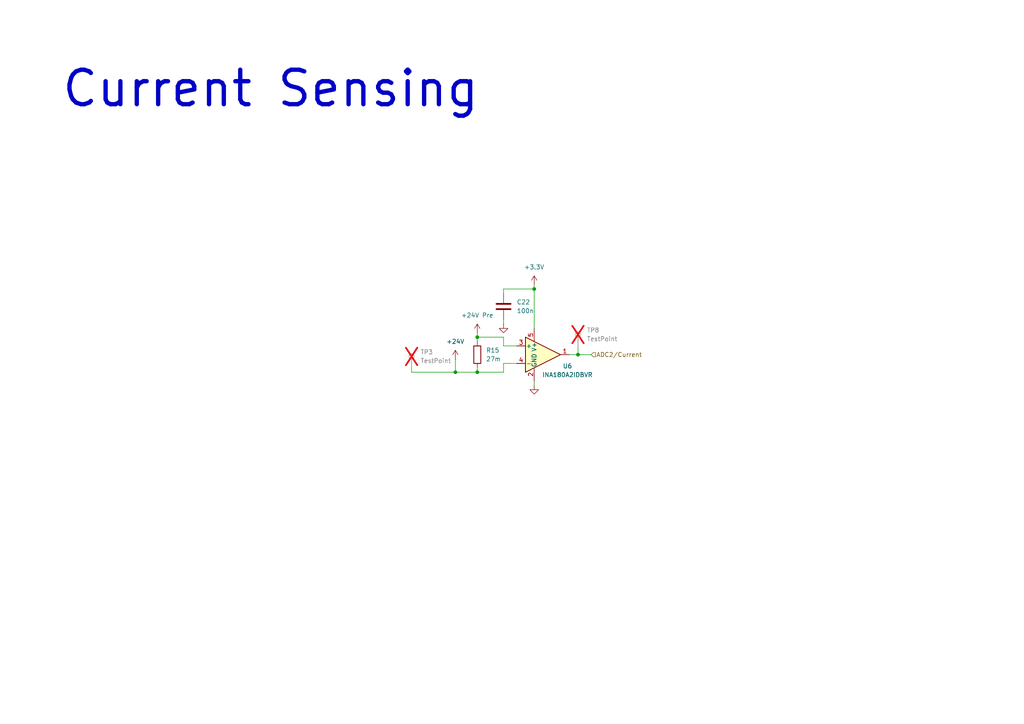
<source format=kicad_sch>
(kicad_sch
	(version 20250114)
	(generator "eeschema")
	(generator_version "9.0")
	(uuid "a4406c2e-db7e-4cfa-9038-14b6f5e832a7")
	(paper "A4")
	(lib_symbols
		(symbol "Amplifier_Current:INA180A1"
			(pin_names
				(offset 0.127)
			)
			(exclude_from_sim no)
			(in_bom yes)
			(on_board yes)
			(property "Reference" "U"
				(at 3.81 3.81 0)
				(effects
					(font
						(size 1.27 1.27)
					)
					(justify left)
				)
			)
			(property "Value" "INA180A1"
				(at 3.81 -2.54 0)
				(effects
					(font
						(size 1.27 1.27)
					)
					(justify left)
				)
			)
			(property "Footprint" "Package_TO_SOT_SMD:SOT-23-5"
				(at 1.27 1.27 0)
				(effects
					(font
						(size 1.27 1.27)
					)
					(hide yes)
				)
			)
			(property "Datasheet" "http://www.ti.com/lit/ds/symlink/ina180.pdf"
				(at 3.81 3.81 0)
				(effects
					(font
						(size 1.27 1.27)
					)
					(hide yes)
				)
			)
			(property "Description" "Current Sense Amplifier, 1 Circuit, Rail-to-Rail, 26V, Gain 20 V/V, SOT-23-5"
				(at 0 0 0)
				(effects
					(font
						(size 1.27 1.27)
					)
					(hide yes)
				)
			)
			(property "ki_keywords" "current monitor shunt sensor"
				(at 0 0 0)
				(effects
					(font
						(size 1.27 1.27)
					)
					(hide yes)
				)
			)
			(property "ki_fp_filters" "SOT?23*"
				(at 0 0 0)
				(effects
					(font
						(size 1.27 1.27)
					)
					(hide yes)
				)
			)
			(symbol "INA180A1_0_1"
				(polyline
					(pts
						(xy 5.08 0) (xy -5.08 5.08) (xy -5.08 -5.08) (xy 5.08 0)
					)
					(stroke
						(width 0.254)
						(type default)
					)
					(fill
						(type background)
					)
				)
			)
			(symbol "INA180A1_1_1"
				(pin input line
					(at -7.62 2.54 0)
					(length 2.54)
					(name "+"
						(effects
							(font
								(size 1.27 1.27)
							)
						)
					)
					(number "3"
						(effects
							(font
								(size 1.27 1.27)
							)
						)
					)
				)
				(pin input line
					(at -7.62 -2.54 0)
					(length 2.54)
					(name "-"
						(effects
							(font
								(size 1.27 1.27)
							)
						)
					)
					(number "4"
						(effects
							(font
								(size 1.27 1.27)
							)
						)
					)
				)
				(pin power_in line
					(at -2.54 7.62 270)
					(length 3.81)
					(name "V+"
						(effects
							(font
								(size 1.27 1.27)
							)
						)
					)
					(number "5"
						(effects
							(font
								(size 1.27 1.27)
							)
						)
					)
				)
				(pin power_in line
					(at -2.54 -7.62 90)
					(length 3.81)
					(name "GND"
						(effects
							(font
								(size 1.27 1.27)
							)
						)
					)
					(number "2"
						(effects
							(font
								(size 1.27 1.27)
							)
						)
					)
				)
				(pin output line
					(at 7.62 0 180)
					(length 2.54)
					(name "~"
						(effects
							(font
								(size 1.27 1.27)
							)
						)
					)
					(number "1"
						(effects
							(font
								(size 1.27 1.27)
							)
						)
					)
				)
			)
			(embedded_fonts no)
		)
		(symbol "Connector:TestPoint"
			(pin_numbers
				(hide yes)
			)
			(pin_names
				(offset 0.762)
				(hide yes)
			)
			(exclude_from_sim no)
			(in_bom yes)
			(on_board yes)
			(property "Reference" "TP"
				(at 0 6.858 0)
				(effects
					(font
						(size 1.27 1.27)
					)
				)
			)
			(property "Value" "TestPoint"
				(at 0 5.08 0)
				(effects
					(font
						(size 1.27 1.27)
					)
				)
			)
			(property "Footprint" ""
				(at 5.08 0 0)
				(effects
					(font
						(size 1.27 1.27)
					)
					(hide yes)
				)
			)
			(property "Datasheet" "~"
				(at 5.08 0 0)
				(effects
					(font
						(size 1.27 1.27)
					)
					(hide yes)
				)
			)
			(property "Description" "test point"
				(at 0 0 0)
				(effects
					(font
						(size 1.27 1.27)
					)
					(hide yes)
				)
			)
			(property "ki_keywords" "test point tp"
				(at 0 0 0)
				(effects
					(font
						(size 1.27 1.27)
					)
					(hide yes)
				)
			)
			(property "ki_fp_filters" "Pin* Test*"
				(at 0 0 0)
				(effects
					(font
						(size 1.27 1.27)
					)
					(hide yes)
				)
			)
			(symbol "TestPoint_0_1"
				(circle
					(center 0 3.302)
					(radius 0.762)
					(stroke
						(width 0)
						(type default)
					)
					(fill
						(type none)
					)
				)
			)
			(symbol "TestPoint_1_1"
				(pin passive line
					(at 0 0 90)
					(length 2.54)
					(name "1"
						(effects
							(font
								(size 1.27 1.27)
							)
						)
					)
					(number "1"
						(effects
							(font
								(size 1.27 1.27)
							)
						)
					)
				)
			)
			(embedded_fonts no)
		)
		(symbol "Device:C"
			(pin_numbers
				(hide yes)
			)
			(pin_names
				(offset 0.254)
			)
			(exclude_from_sim no)
			(in_bom yes)
			(on_board yes)
			(property "Reference" "C"
				(at 0.635 2.54 0)
				(effects
					(font
						(size 1.27 1.27)
					)
					(justify left)
				)
			)
			(property "Value" "C"
				(at 0.635 -2.54 0)
				(effects
					(font
						(size 1.27 1.27)
					)
					(justify left)
				)
			)
			(property "Footprint" ""
				(at 0.9652 -3.81 0)
				(effects
					(font
						(size 1.27 1.27)
					)
					(hide yes)
				)
			)
			(property "Datasheet" "~"
				(at 0 0 0)
				(effects
					(font
						(size 1.27 1.27)
					)
					(hide yes)
				)
			)
			(property "Description" "Unpolarized capacitor"
				(at 0 0 0)
				(effects
					(font
						(size 1.27 1.27)
					)
					(hide yes)
				)
			)
			(property "ki_keywords" "cap capacitor"
				(at 0 0 0)
				(effects
					(font
						(size 1.27 1.27)
					)
					(hide yes)
				)
			)
			(property "ki_fp_filters" "C_*"
				(at 0 0 0)
				(effects
					(font
						(size 1.27 1.27)
					)
					(hide yes)
				)
			)
			(symbol "C_0_1"
				(polyline
					(pts
						(xy -2.032 0.762) (xy 2.032 0.762)
					)
					(stroke
						(width 0.508)
						(type default)
					)
					(fill
						(type none)
					)
				)
				(polyline
					(pts
						(xy -2.032 -0.762) (xy 2.032 -0.762)
					)
					(stroke
						(width 0.508)
						(type default)
					)
					(fill
						(type none)
					)
				)
			)
			(symbol "C_1_1"
				(pin passive line
					(at 0 3.81 270)
					(length 2.794)
					(name "~"
						(effects
							(font
								(size 1.27 1.27)
							)
						)
					)
					(number "1"
						(effects
							(font
								(size 1.27 1.27)
							)
						)
					)
				)
				(pin passive line
					(at 0 -3.81 90)
					(length 2.794)
					(name "~"
						(effects
							(font
								(size 1.27 1.27)
							)
						)
					)
					(number "2"
						(effects
							(font
								(size 1.27 1.27)
							)
						)
					)
				)
			)
			(embedded_fonts no)
		)
		(symbol "Device:R"
			(pin_numbers
				(hide yes)
			)
			(pin_names
				(offset 0)
			)
			(exclude_from_sim no)
			(in_bom yes)
			(on_board yes)
			(property "Reference" "R"
				(at 2.032 0 90)
				(effects
					(font
						(size 1.27 1.27)
					)
				)
			)
			(property "Value" "R"
				(at 0 0 90)
				(effects
					(font
						(size 1.27 1.27)
					)
				)
			)
			(property "Footprint" ""
				(at -1.778 0 90)
				(effects
					(font
						(size 1.27 1.27)
					)
					(hide yes)
				)
			)
			(property "Datasheet" "~"
				(at 0 0 0)
				(effects
					(font
						(size 1.27 1.27)
					)
					(hide yes)
				)
			)
			(property "Description" "Resistor"
				(at 0 0 0)
				(effects
					(font
						(size 1.27 1.27)
					)
					(hide yes)
				)
			)
			(property "ki_keywords" "R res resistor"
				(at 0 0 0)
				(effects
					(font
						(size 1.27 1.27)
					)
					(hide yes)
				)
			)
			(property "ki_fp_filters" "R_*"
				(at 0 0 0)
				(effects
					(font
						(size 1.27 1.27)
					)
					(hide yes)
				)
			)
			(symbol "R_0_1"
				(rectangle
					(start -1.016 -2.54)
					(end 1.016 2.54)
					(stroke
						(width 0.254)
						(type default)
					)
					(fill
						(type none)
					)
				)
			)
			(symbol "R_1_1"
				(pin passive line
					(at 0 3.81 270)
					(length 1.27)
					(name "~"
						(effects
							(font
								(size 1.27 1.27)
							)
						)
					)
					(number "1"
						(effects
							(font
								(size 1.27 1.27)
							)
						)
					)
				)
				(pin passive line
					(at 0 -3.81 90)
					(length 1.27)
					(name "~"
						(effects
							(font
								(size 1.27 1.27)
							)
						)
					)
					(number "2"
						(effects
							(font
								(size 1.27 1.27)
							)
						)
					)
				)
			)
			(embedded_fonts no)
		)
		(symbol "power:+24V"
			(power)
			(pin_numbers
				(hide yes)
			)
			(pin_names
				(offset 0)
				(hide yes)
			)
			(exclude_from_sim no)
			(in_bom yes)
			(on_board yes)
			(property "Reference" "#PWR"
				(at 0 -3.81 0)
				(effects
					(font
						(size 1.27 1.27)
					)
					(hide yes)
				)
			)
			(property "Value" "+24V"
				(at 0 3.556 0)
				(effects
					(font
						(size 1.27 1.27)
					)
				)
			)
			(property "Footprint" ""
				(at 0 0 0)
				(effects
					(font
						(size 1.27 1.27)
					)
					(hide yes)
				)
			)
			(property "Datasheet" ""
				(at 0 0 0)
				(effects
					(font
						(size 1.27 1.27)
					)
					(hide yes)
				)
			)
			(property "Description" "Power symbol creates a global label with name \"+24V\""
				(at 0 0 0)
				(effects
					(font
						(size 1.27 1.27)
					)
					(hide yes)
				)
			)
			(property "ki_keywords" "global power"
				(at 0 0 0)
				(effects
					(font
						(size 1.27 1.27)
					)
					(hide yes)
				)
			)
			(symbol "+24V_0_1"
				(polyline
					(pts
						(xy -0.762 1.27) (xy 0 2.54)
					)
					(stroke
						(width 0)
						(type default)
					)
					(fill
						(type none)
					)
				)
				(polyline
					(pts
						(xy 0 2.54) (xy 0.762 1.27)
					)
					(stroke
						(width 0)
						(type default)
					)
					(fill
						(type none)
					)
				)
				(polyline
					(pts
						(xy 0 0) (xy 0 2.54)
					)
					(stroke
						(width 0)
						(type default)
					)
					(fill
						(type none)
					)
				)
			)
			(symbol "+24V_1_1"
				(pin power_in line
					(at 0 0 90)
					(length 0)
					(name "~"
						(effects
							(font
								(size 1.27 1.27)
							)
						)
					)
					(number "1"
						(effects
							(font
								(size 1.27 1.27)
							)
						)
					)
				)
			)
			(embedded_fonts no)
		)
		(symbol "power:+3.3V"
			(power)
			(pin_numbers
				(hide yes)
			)
			(pin_names
				(offset 0)
				(hide yes)
			)
			(exclude_from_sim no)
			(in_bom yes)
			(on_board yes)
			(property "Reference" "#PWR"
				(at 0 -3.81 0)
				(effects
					(font
						(size 1.27 1.27)
					)
					(hide yes)
				)
			)
			(property "Value" "+3.3V"
				(at 0 3.556 0)
				(effects
					(font
						(size 1.27 1.27)
					)
				)
			)
			(property "Footprint" ""
				(at 0 0 0)
				(effects
					(font
						(size 1.27 1.27)
					)
					(hide yes)
				)
			)
			(property "Datasheet" ""
				(at 0 0 0)
				(effects
					(font
						(size 1.27 1.27)
					)
					(hide yes)
				)
			)
			(property "Description" "Power symbol creates a global label with name \"+3.3V\""
				(at 0 0 0)
				(effects
					(font
						(size 1.27 1.27)
					)
					(hide yes)
				)
			)
			(property "ki_keywords" "global power"
				(at 0 0 0)
				(effects
					(font
						(size 1.27 1.27)
					)
					(hide yes)
				)
			)
			(symbol "+3.3V_0_1"
				(polyline
					(pts
						(xy -0.762 1.27) (xy 0 2.54)
					)
					(stroke
						(width 0)
						(type default)
					)
					(fill
						(type none)
					)
				)
				(polyline
					(pts
						(xy 0 2.54) (xy 0.762 1.27)
					)
					(stroke
						(width 0)
						(type default)
					)
					(fill
						(type none)
					)
				)
				(polyline
					(pts
						(xy 0 0) (xy 0 2.54)
					)
					(stroke
						(width 0)
						(type default)
					)
					(fill
						(type none)
					)
				)
			)
			(symbol "+3.3V_1_1"
				(pin power_in line
					(at 0 0 90)
					(length 0)
					(name "~"
						(effects
							(font
								(size 1.27 1.27)
							)
						)
					)
					(number "1"
						(effects
							(font
								(size 1.27 1.27)
							)
						)
					)
				)
			)
			(embedded_fonts no)
		)
		(symbol "power:GND"
			(power)
			(pin_numbers
				(hide yes)
			)
			(pin_names
				(offset 0)
				(hide yes)
			)
			(exclude_from_sim no)
			(in_bom yes)
			(on_board yes)
			(property "Reference" "#PWR"
				(at 0 -6.35 0)
				(effects
					(font
						(size 1.27 1.27)
					)
					(hide yes)
				)
			)
			(property "Value" "GND"
				(at 0 -3.81 0)
				(effects
					(font
						(size 1.27 1.27)
					)
				)
			)
			(property "Footprint" ""
				(at 0 0 0)
				(effects
					(font
						(size 1.27 1.27)
					)
					(hide yes)
				)
			)
			(property "Datasheet" ""
				(at 0 0 0)
				(effects
					(font
						(size 1.27 1.27)
					)
					(hide yes)
				)
			)
			(property "Description" "Power symbol creates a global label with name \"GND\" , ground"
				(at 0 0 0)
				(effects
					(font
						(size 1.27 1.27)
					)
					(hide yes)
				)
			)
			(property "ki_keywords" "global power"
				(at 0 0 0)
				(effects
					(font
						(size 1.27 1.27)
					)
					(hide yes)
				)
			)
			(symbol "GND_0_1"
				(polyline
					(pts
						(xy 0 0) (xy 0 -1.27) (xy 1.27 -1.27) (xy 0 -2.54) (xy -1.27 -1.27) (xy 0 -1.27)
					)
					(stroke
						(width 0)
						(type default)
					)
					(fill
						(type none)
					)
				)
			)
			(symbol "GND_1_1"
				(pin power_in line
					(at 0 0 270)
					(length 0)
					(name "~"
						(effects
							(font
								(size 1.27 1.27)
							)
						)
					)
					(number "1"
						(effects
							(font
								(size 1.27 1.27)
							)
						)
					)
				)
			)
			(embedded_fonts no)
		)
	)
	(text "Current Sensing"
		(exclude_from_sim no)
		(at 78.486 25.908 0)
		(effects
			(font
				(size 10 10)
				(thickness 1.25)
			)
		)
		(uuid "5eab7ccb-ba72-485e-ac2b-352ecd103bc2")
	)
	(junction
		(at 138.43 107.95)
		(diameter 0)
		(color 0 0 0 0)
		(uuid "3785ae5c-7dcf-48af-9ccc-af0defba5571")
	)
	(junction
		(at 154.94 83.82)
		(diameter 0)
		(color 0 0 0 0)
		(uuid "4a5a570b-d0c6-4751-9ba3-d44e33a7b8cb")
	)
	(junction
		(at 138.43 97.79)
		(diameter 0)
		(color 0 0 0 0)
		(uuid "97f0f67b-5a1a-47a2-83b0-8e85b5c62dc5")
	)
	(junction
		(at 167.64 102.87)
		(diameter 0)
		(color 0 0 0 0)
		(uuid "ae259c1a-81f1-4301-be7b-afcc872964e3")
	)
	(junction
		(at 132.08 107.95)
		(diameter 0)
		(color 0 0 0 0)
		(uuid "b919a405-9c7b-4ab2-bec7-ead1f002a343")
	)
	(wire
		(pts
			(xy 154.94 110.49) (xy 154.94 111.76)
		)
		(stroke
			(width 0)
			(type default)
		)
		(uuid "0aeb3f3c-1b7d-4ae2-a70d-d242b15adf5a")
	)
	(wire
		(pts
			(xy 146.05 83.82) (xy 154.94 83.82)
		)
		(stroke
			(width 0)
			(type default)
		)
		(uuid "1d33c88a-3016-4b49-82f2-77842628b92f")
	)
	(wire
		(pts
			(xy 138.43 99.06) (xy 138.43 97.79)
		)
		(stroke
			(width 0)
			(type default)
		)
		(uuid "20a1f975-792e-4826-80ba-6c9fa83eb394")
	)
	(wire
		(pts
			(xy 138.43 107.95) (xy 146.05 107.95)
		)
		(stroke
			(width 0)
			(type default)
		)
		(uuid "318f720f-76de-40ed-aa83-46d331dcc90d")
	)
	(wire
		(pts
			(xy 138.43 106.68) (xy 138.43 107.95)
		)
		(stroke
			(width 0)
			(type default)
		)
		(uuid "39172907-dd3b-464e-9356-bc4d88ca6256")
	)
	(wire
		(pts
			(xy 167.64 100.33) (xy 167.64 102.87)
		)
		(stroke
			(width 0)
			(type default)
		)
		(uuid "3960e096-8608-4487-9868-43e0c5b62fb2")
	)
	(wire
		(pts
			(xy 119.38 107.95) (xy 132.08 107.95)
		)
		(stroke
			(width 0)
			(type default)
		)
		(uuid "42087793-0383-437e-9b8a-cb6d15fc159b")
	)
	(wire
		(pts
			(xy 154.94 83.82) (xy 154.94 95.25)
		)
		(stroke
			(width 0)
			(type default)
		)
		(uuid "695bb1b7-b295-49ea-8b17-b52514627ab8")
	)
	(wire
		(pts
			(xy 146.05 107.95) (xy 146.05 105.41)
		)
		(stroke
			(width 0)
			(type default)
		)
		(uuid "705925c7-1913-425b-bf0d-9f93a39289b1")
	)
	(wire
		(pts
			(xy 119.38 106.68) (xy 119.38 107.95)
		)
		(stroke
			(width 0)
			(type default)
		)
		(uuid "7173c7c6-8558-462f-9a28-f86c459b1b47")
	)
	(wire
		(pts
			(xy 146.05 105.41) (xy 149.86 105.41)
		)
		(stroke
			(width 0)
			(type default)
		)
		(uuid "7d26dddb-be2b-4568-bd18-666c7fc0f5fd")
	)
	(wire
		(pts
			(xy 138.43 96.52) (xy 138.43 97.79)
		)
		(stroke
			(width 0)
			(type default)
		)
		(uuid "86ccf72f-065f-421a-933b-ec74ab00a48e")
	)
	(wire
		(pts
			(xy 146.05 100.33) (xy 149.86 100.33)
		)
		(stroke
			(width 0)
			(type default)
		)
		(uuid "88d11ce0-5617-4a41-b6f7-57945a04ab98")
	)
	(wire
		(pts
			(xy 132.08 107.95) (xy 138.43 107.95)
		)
		(stroke
			(width 0)
			(type default)
		)
		(uuid "a04eea0b-b6e6-464a-a495-aa334a556a2d")
	)
	(wire
		(pts
			(xy 165.1 102.87) (xy 167.64 102.87)
		)
		(stroke
			(width 0)
			(type default)
		)
		(uuid "affcc1e6-a99b-45f0-aa30-2dcac969e633")
	)
	(wire
		(pts
			(xy 146.05 97.79) (xy 146.05 100.33)
		)
		(stroke
			(width 0)
			(type default)
		)
		(uuid "bab70d7a-7b9f-4779-b892-45954b1f6824")
	)
	(wire
		(pts
			(xy 146.05 92.71) (xy 146.05 93.98)
		)
		(stroke
			(width 0)
			(type default)
		)
		(uuid "bb9c5e11-7777-472d-9487-9482b2e70c29")
	)
	(wire
		(pts
			(xy 146.05 85.09) (xy 146.05 83.82)
		)
		(stroke
			(width 0)
			(type default)
		)
		(uuid "bcba557b-8912-43ad-bb6a-93ec49769667")
	)
	(wire
		(pts
			(xy 132.08 104.14) (xy 132.08 107.95)
		)
		(stroke
			(width 0)
			(type default)
		)
		(uuid "bdc7963c-2a55-4307-afcb-3067f10961f8")
	)
	(wire
		(pts
			(xy 154.94 82.55) (xy 154.94 83.82)
		)
		(stroke
			(width 0)
			(type default)
		)
		(uuid "c89d6536-e994-4165-bc86-17f624ab2423")
	)
	(wire
		(pts
			(xy 167.64 102.87) (xy 171.45 102.87)
		)
		(stroke
			(width 0)
			(type default)
		)
		(uuid "d3fa9e16-0e1c-44f0-9f3a-8b8e90cdfce2")
	)
	(wire
		(pts
			(xy 138.43 97.79) (xy 146.05 97.79)
		)
		(stroke
			(width 0)
			(type default)
		)
		(uuid "f9cfedd1-484c-4408-a12d-54ae089b8562")
	)
	(hierarchical_label "ADC2{slash}Current"
		(shape input)
		(at 171.45 102.87 0)
		(effects
			(font
				(size 1.27 1.27)
			)
			(justify left)
		)
		(uuid "c4e9b2d0-5383-4405-be0b-e1aa0bb3ade2")
	)
	(symbol
		(lib_id "Device:R")
		(at 138.43 102.87 0)
		(unit 1)
		(exclude_from_sim no)
		(in_bom yes)
		(on_board yes)
		(dnp no)
		(fields_autoplaced yes)
		(uuid "0eb4c555-d219-405e-ab43-98784f791ad7")
		(property "Reference" "R15"
			(at 140.97 101.5999 0)
			(effects
				(font
					(size 1.27 1.27)
				)
				(justify left)
			)
		)
		(property "Value" "27m"
			(at 140.97 104.1399 0)
			(effects
				(font
					(size 1.27 1.27)
				)
				(justify left)
			)
		)
		(property "Footprint" "Resistor_SMD:R_1206_3216Metric"
			(at 136.652 102.87 90)
			(effects
				(font
					(size 1.27 1.27)
				)
				(hide yes)
			)
		)
		(property "Datasheet" "~"
			(at 138.43 102.87 0)
			(effects
				(font
					(size 1.27 1.27)
				)
				(hide yes)
			)
		)
		(property "Description" "Resistor"
			(at 138.43 102.87 0)
			(effects
				(font
					(size 1.27 1.27)
				)
				(hide yes)
			)
		)
		(property "JLCPCB Part Number" "C2988658"
			(at 138.43 102.87 0)
			(effects
				(font
					(size 1.27 1.27)
				)
				(hide yes)
			)
		)
		(property "Sim.Device" ""
			(at 138.43 102.87 0)
			(effects
				(font
					(size 1.27 1.27)
				)
				(hide yes)
			)
		)
		(property "Price" ""
			(at 138.43 102.87 0)
			(effects
				(font
					(size 1.27 1.27)
				)
				(hide yes)
			)
		)
		(pin "1"
			(uuid "5614a309-2e4b-4dd7-b5b0-27d1b35887ed")
		)
		(pin "2"
			(uuid "69a727e1-1cae-43cb-91b4-0e0b56b61d7c")
		)
		(instances
			(project ""
				(path "/a6f3a972-4b98-4ef5-94a6-5eec20dfd371/2ebcb54f-9ecb-4888-9feb-5883a77ef194"
					(reference "R15")
					(unit 1)
				)
			)
		)
	)
	(symbol
		(lib_id "power:+24V")
		(at 132.08 104.14 0)
		(unit 1)
		(exclude_from_sim no)
		(in_bom yes)
		(on_board yes)
		(dnp no)
		(fields_autoplaced yes)
		(uuid "19432f0e-c7d7-4f5a-98fa-97e2391c94be")
		(property "Reference" "#PWR040"
			(at 132.08 107.95 0)
			(effects
				(font
					(size 1.27 1.27)
				)
				(hide yes)
			)
		)
		(property "Value" "+24V"
			(at 132.08 99.06 0)
			(effects
				(font
					(size 1.27 1.27)
				)
			)
		)
		(property "Footprint" ""
			(at 132.08 104.14 0)
			(effects
				(font
					(size 1.27 1.27)
				)
				(hide yes)
			)
		)
		(property "Datasheet" ""
			(at 132.08 104.14 0)
			(effects
				(font
					(size 1.27 1.27)
				)
				(hide yes)
			)
		)
		(property "Description" "Power symbol creates a global label with name \"+24V\""
			(at 132.08 104.14 0)
			(effects
				(font
					(size 1.27 1.27)
				)
				(hide yes)
			)
		)
		(pin "1"
			(uuid "64b522d6-f12b-474c-8afd-fa51fae2096b")
		)
		(instances
			(project ""
				(path "/a6f3a972-4b98-4ef5-94a6-5eec20dfd371/2ebcb54f-9ecb-4888-9feb-5883a77ef194"
					(reference "#PWR040")
					(unit 1)
				)
			)
		)
	)
	(symbol
		(lib_id "power:GND")
		(at 146.05 93.98 0)
		(unit 1)
		(exclude_from_sim no)
		(in_bom yes)
		(on_board yes)
		(dnp no)
		(fields_autoplaced yes)
		(uuid "2895276b-9f4a-46dc-9c11-0b7c454593d0")
		(property "Reference" "#PWR043"
			(at 146.05 100.33 0)
			(effects
				(font
					(size 1.27 1.27)
				)
				(hide yes)
			)
		)
		(property "Value" "GND"
			(at 146.05 99.06 0)
			(effects
				(font
					(size 1.27 1.27)
				)
				(hide yes)
			)
		)
		(property "Footprint" ""
			(at 146.05 93.98 0)
			(effects
				(font
					(size 1.27 1.27)
				)
				(hide yes)
			)
		)
		(property "Datasheet" ""
			(at 146.05 93.98 0)
			(effects
				(font
					(size 1.27 1.27)
				)
				(hide yes)
			)
		)
		(property "Description" "Power symbol creates a global label with name \"GND\" , ground"
			(at 146.05 93.98 0)
			(effects
				(font
					(size 1.27 1.27)
				)
				(hide yes)
			)
		)
		(pin "1"
			(uuid "53ce2f18-4cea-4844-bb73-aca51f30bb61")
		)
		(instances
			(project "Cain_V1.0"
				(path "/a6f3a972-4b98-4ef5-94a6-5eec20dfd371/2ebcb54f-9ecb-4888-9feb-5883a77ef194"
					(reference "#PWR043")
					(unit 1)
				)
			)
		)
	)
	(symbol
		(lib_id "Device:C")
		(at 146.05 88.9 0)
		(unit 1)
		(exclude_from_sim no)
		(in_bom yes)
		(on_board yes)
		(dnp no)
		(fields_autoplaced yes)
		(uuid "769e886b-39b4-4dd0-ac7f-2839ab46ccdc")
		(property "Reference" "C22"
			(at 149.86 87.6299 0)
			(effects
				(font
					(size 1.27 1.27)
				)
				(justify left)
			)
		)
		(property "Value" "100n"
			(at 149.86 90.1699 0)
			(effects
				(font
					(size 1.27 1.27)
				)
				(justify left)
			)
		)
		(property "Footprint" "Capacitor_SMD:C_0402_1005Metric"
			(at 147.0152 92.71 0)
			(effects
				(font
					(size 1.27 1.27)
				)
				(hide yes)
			)
		)
		(property "Datasheet" "~"
			(at 146.05 88.9 0)
			(effects
				(font
					(size 1.27 1.27)
				)
				(hide yes)
			)
		)
		(property "Description" "Unpolarized capacitor"
			(at 146.05 88.9 0)
			(effects
				(font
					(size 1.27 1.27)
				)
				(hide yes)
			)
		)
		(property "JLCPCB Part Number" " C1525"
			(at 146.05 88.9 0)
			(effects
				(font
					(size 1.27 1.27)
				)
				(hide yes)
			)
		)
		(property "Sim.Device" ""
			(at 146.05 88.9 0)
			(effects
				(font
					(size 1.27 1.27)
				)
				(hide yes)
			)
		)
		(property "Price" ""
			(at 146.05 88.9 0)
			(effects
				(font
					(size 1.27 1.27)
				)
				(hide yes)
			)
		)
		(pin "2"
			(uuid "3f74c5a7-3b7d-4cd0-a9c0-d0f92ba8a41d")
		)
		(pin "1"
			(uuid "98fe35bd-05ca-4705-9b50-b2890260c8cb")
		)
		(instances
			(project ""
				(path "/a6f3a972-4b98-4ef5-94a6-5eec20dfd371/2ebcb54f-9ecb-4888-9feb-5883a77ef194"
					(reference "C22")
					(unit 1)
				)
			)
		)
	)
	(symbol
		(lib_id "Connector:TestPoint")
		(at 167.64 100.33 0)
		(unit 1)
		(exclude_from_sim no)
		(in_bom no)
		(on_board yes)
		(dnp yes)
		(fields_autoplaced yes)
		(uuid "7ef6546d-1e33-4b6b-8ec2-f10fdd007076")
		(property "Reference" "TP8"
			(at 170.18 95.7579 0)
			(effects
				(font
					(size 1.27 1.27)
				)
				(justify left)
			)
		)
		(property "Value" "TestPoint"
			(at 170.18 98.2979 0)
			(effects
				(font
					(size 1.27 1.27)
				)
				(justify left)
			)
		)
		(property "Footprint" "TestPoint:TestPoint_Pad_D1.0mm"
			(at 172.72 100.33 0)
			(effects
				(font
					(size 1.27 1.27)
				)
				(hide yes)
			)
		)
		(property "Datasheet" "~"
			(at 172.72 100.33 0)
			(effects
				(font
					(size 1.27 1.27)
				)
				(hide yes)
			)
		)
		(property "Description" "test point"
			(at 167.64 100.33 0)
			(effects
				(font
					(size 1.27 1.27)
				)
				(hide yes)
			)
		)
		(property "JLCPCB Part Number" ""
			(at 167.64 100.33 0)
			(effects
				(font
					(size 1.27 1.27)
				)
				(hide yes)
			)
		)
		(property "Sim.Device" ""
			(at 167.64 100.33 0)
			(effects
				(font
					(size 1.27 1.27)
				)
				(hide yes)
			)
		)
		(property "Price" ""
			(at 167.64 100.33 0)
			(effects
				(font
					(size 1.27 1.27)
				)
				(hide yes)
			)
		)
		(pin "1"
			(uuid "1d49ef08-f544-4ed1-8c72-38b8928fe4b9")
		)
		(instances
			(project "Cain_V1.0"
				(path "/a6f3a972-4b98-4ef5-94a6-5eec20dfd371/2ebcb54f-9ecb-4888-9feb-5883a77ef194"
					(reference "TP8")
					(unit 1)
				)
			)
		)
	)
	(symbol
		(lib_id "Connector:TestPoint")
		(at 119.38 106.68 0)
		(unit 1)
		(exclude_from_sim no)
		(in_bom no)
		(on_board yes)
		(dnp yes)
		(fields_autoplaced yes)
		(uuid "c96fa3ae-b1b1-4d9d-a672-89f98d565d8c")
		(property "Reference" "TP3"
			(at 121.92 102.1079 0)
			(effects
				(font
					(size 1.27 1.27)
				)
				(justify left)
			)
		)
		(property "Value" "TestPoint"
			(at 121.92 104.6479 0)
			(effects
				(font
					(size 1.27 1.27)
				)
				(justify left)
			)
		)
		(property "Footprint" "TestPoint:TestPoint_Pad_D1.0mm"
			(at 124.46 106.68 0)
			(effects
				(font
					(size 1.27 1.27)
				)
				(hide yes)
			)
		)
		(property "Datasheet" "~"
			(at 124.46 106.68 0)
			(effects
				(font
					(size 1.27 1.27)
				)
				(hide yes)
			)
		)
		(property "Description" "test point"
			(at 119.38 106.68 0)
			(effects
				(font
					(size 1.27 1.27)
				)
				(hide yes)
			)
		)
		(property "JLCPCB Part Number" ""
			(at 119.38 106.68 0)
			(effects
				(font
					(size 1.27 1.27)
				)
				(hide yes)
			)
		)
		(property "Sim.Device" ""
			(at 119.38 106.68 0)
			(effects
				(font
					(size 1.27 1.27)
				)
				(hide yes)
			)
		)
		(property "Price" ""
			(at 119.38 106.68 0)
			(effects
				(font
					(size 1.27 1.27)
				)
				(hide yes)
			)
		)
		(pin "1"
			(uuid "84ef4f18-02e8-4d10-87b4-8332f16e7b90")
		)
		(instances
			(project "Cain_V1.0"
				(path "/a6f3a972-4b98-4ef5-94a6-5eec20dfd371/2ebcb54f-9ecb-4888-9feb-5883a77ef194"
					(reference "TP3")
					(unit 1)
				)
			)
		)
	)
	(symbol
		(lib_id "power:+24V")
		(at 138.43 96.52 0)
		(unit 1)
		(exclude_from_sim no)
		(in_bom yes)
		(on_board yes)
		(dnp no)
		(fields_autoplaced yes)
		(uuid "ca182440-ebe1-4b13-8d5c-9d4d13bbfb2e")
		(property "Reference" "#PWR041"
			(at 138.43 100.33 0)
			(effects
				(font
					(size 1.27 1.27)
				)
				(hide yes)
			)
		)
		(property "Value" "+24V Pre"
			(at 138.43 91.44 0)
			(effects
				(font
					(size 1.27 1.27)
				)
			)
		)
		(property "Footprint" ""
			(at 138.43 96.52 0)
			(effects
				(font
					(size 1.27 1.27)
				)
				(hide yes)
			)
		)
		(property "Datasheet" ""
			(at 138.43 96.52 0)
			(effects
				(font
					(size 1.27 1.27)
				)
				(hide yes)
			)
		)
		(property "Description" "Power symbol creates a global label with name \"+24V\""
			(at 138.43 96.52 0)
			(effects
				(font
					(size 1.27 1.27)
				)
				(hide yes)
			)
		)
		(pin "1"
			(uuid "6ef92bde-0314-4d38-b04b-97bc95749a45")
		)
		(instances
			(project "Cain_V1.0"
				(path "/a6f3a972-4b98-4ef5-94a6-5eec20dfd371/2ebcb54f-9ecb-4888-9feb-5883a77ef194"
					(reference "#PWR041")
					(unit 1)
				)
			)
		)
	)
	(symbol
		(lib_id "power:+3.3V")
		(at 154.94 82.55 0)
		(unit 1)
		(exclude_from_sim no)
		(in_bom yes)
		(on_board yes)
		(dnp no)
		(fields_autoplaced yes)
		(uuid "d417ddb8-3863-4b0d-937b-db79a9f6070a")
		(property "Reference" "#PWR042"
			(at 154.94 86.36 0)
			(effects
				(font
					(size 1.27 1.27)
				)
				(hide yes)
			)
		)
		(property "Value" "+3.3V"
			(at 154.94 77.47 0)
			(effects
				(font
					(size 1.27 1.27)
				)
			)
		)
		(property "Footprint" ""
			(at 154.94 82.55 0)
			(effects
				(font
					(size 1.27 1.27)
				)
				(hide yes)
			)
		)
		(property "Datasheet" ""
			(at 154.94 82.55 0)
			(effects
				(font
					(size 1.27 1.27)
				)
				(hide yes)
			)
		)
		(property "Description" "Power symbol creates a global label with name \"+3.3V\""
			(at 154.94 82.55 0)
			(effects
				(font
					(size 1.27 1.27)
				)
				(hide yes)
			)
		)
		(pin "1"
			(uuid "f89759af-4f05-423d-af3d-7af1915721e9")
		)
		(instances
			(project ""
				(path "/a6f3a972-4b98-4ef5-94a6-5eec20dfd371/2ebcb54f-9ecb-4888-9feb-5883a77ef194"
					(reference "#PWR042")
					(unit 1)
				)
			)
		)
	)
	(symbol
		(lib_id "Amplifier_Current:INA180A1")
		(at 157.48 102.87 0)
		(unit 1)
		(exclude_from_sim no)
		(in_bom yes)
		(on_board yes)
		(dnp no)
		(uuid "e7a836d2-4753-40b3-baa3-914fb707d393")
		(property "Reference" "U6"
			(at 164.592 106.172 0)
			(effects
				(font
					(size 1.27 1.27)
				)
			)
		)
		(property "Value" "INA180A2IDBVR"
			(at 164.592 108.712 0)
			(effects
				(font
					(size 1.27 1.27)
				)
			)
		)
		(property "Footprint" "Package_TO_SOT_SMD:SOT-23-5"
			(at 158.75 101.6 0)
			(effects
				(font
					(size 1.27 1.27)
				)
				(hide yes)
			)
		)
		(property "Datasheet" "http://www.ti.com/lit/ds/symlink/ina180.pdf"
			(at 161.29 99.06 0)
			(effects
				(font
					(size 1.27 1.27)
				)
				(hide yes)
			)
		)
		(property "Description" "Current Sense Amplifier, 1 Circuit, Rail-to-Rail, 26V, Gain 20 V/V, SOT-23-5"
			(at 157.48 102.87 0)
			(effects
				(font
					(size 1.27 1.27)
				)
				(hide yes)
			)
		)
		(property "JLCPCB Part Number" "C192764"
			(at 157.48 102.87 0)
			(effects
				(font
					(size 1.27 1.27)
				)
				(hide yes)
			)
		)
		(property "Sim.Device" ""
			(at 157.48 102.87 0)
			(effects
				(font
					(size 1.27 1.27)
				)
				(hide yes)
			)
		)
		(property "Price" ""
			(at 157.48 102.87 0)
			(effects
				(font
					(size 1.27 1.27)
				)
				(hide yes)
			)
		)
		(pin "4"
			(uuid "104ad014-812a-4775-8bcd-ed08bb24d4b3")
		)
		(pin "2"
			(uuid "55726e01-a771-44ab-8283-9ef605508f02")
		)
		(pin "3"
			(uuid "c0cb8d32-7bbe-4656-b2ee-292c42b030e1")
		)
		(pin "5"
			(uuid "00825f66-0761-4d3a-b669-3f4baa57f0f4")
		)
		(pin "1"
			(uuid "3e098e6a-323f-4500-b3f1-e54cddea5a50")
		)
		(instances
			(project ""
				(path "/a6f3a972-4b98-4ef5-94a6-5eec20dfd371/2ebcb54f-9ecb-4888-9feb-5883a77ef194"
					(reference "U6")
					(unit 1)
				)
			)
		)
	)
	(symbol
		(lib_id "power:GND")
		(at 154.94 111.76 0)
		(unit 1)
		(exclude_from_sim no)
		(in_bom yes)
		(on_board yes)
		(dnp no)
		(fields_autoplaced yes)
		(uuid "ecdc5f57-ffd9-4746-9ac9-d5b6028f3e83")
		(property "Reference" "#PWR039"
			(at 154.94 118.11 0)
			(effects
				(font
					(size 1.27 1.27)
				)
				(hide yes)
			)
		)
		(property "Value" "GND"
			(at 154.94 116.84 0)
			(effects
				(font
					(size 1.27 1.27)
				)
				(hide yes)
			)
		)
		(property "Footprint" ""
			(at 154.94 111.76 0)
			(effects
				(font
					(size 1.27 1.27)
				)
				(hide yes)
			)
		)
		(property "Datasheet" ""
			(at 154.94 111.76 0)
			(effects
				(font
					(size 1.27 1.27)
				)
				(hide yes)
			)
		)
		(property "Description" "Power symbol creates a global label with name \"GND\" , ground"
			(at 154.94 111.76 0)
			(effects
				(font
					(size 1.27 1.27)
				)
				(hide yes)
			)
		)
		(pin "1"
			(uuid "ffbfd4da-b8b0-4fc6-8093-26d90424416b")
		)
		(instances
			(project "Cain_V1.0"
				(path "/a6f3a972-4b98-4ef5-94a6-5eec20dfd371/2ebcb54f-9ecb-4888-9feb-5883a77ef194"
					(reference "#PWR039")
					(unit 1)
				)
			)
		)
	)
)

</source>
